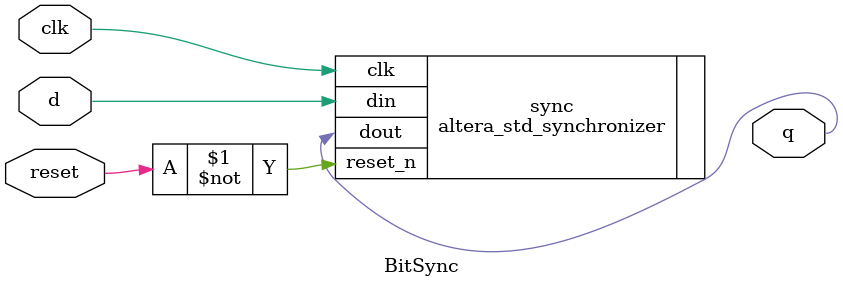
<source format=sv>

`default_nettype none
module BitSync(input logic clk,
               input logic reset,
               input logic d,
               output logic q);

// Use generic synchronizer for simulation, Altera primitive for synthesis
`ifdef verilator
    `define USE_GENERIC_SYNC
`elsif ICARUS
    `define USE_GENERIC_SYNC
`elsif SIMULATION
    `define USE_GENERIC_SYNC
`endif

`ifdef USE_GENERIC_SYNC

// Generic 2-stage synchronizer for simulation
reg p1;
reg p2;

assign q = p2;

always_ff @(posedge clk or posedge reset)
    if (reset)
        p1 <= 1'b0;
    else
        p1 <= d;

always_ff @(posedge clk or posedge reset)
    if (reset)
        p2 <= 1'b0;
    else
        p2 <= p1;

`else

// Altera-specific synchronizer for FPGA synthesis
altera_std_synchronizer sync(.clk(clk),
                             .reset_n(~reset),
                             .din(d),
                             .dout(q));

`endif

`ifdef USE_GENERIC_SYNC
    `undef USE_GENERIC_SYNC
`endif

endmodule

</source>
